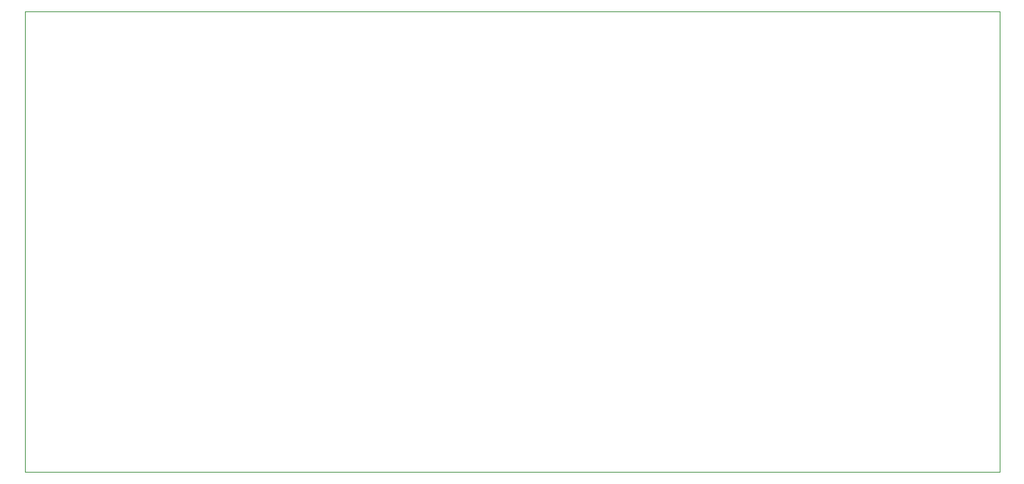
<source format=gbr>
%TF.GenerationSoftware,KiCad,Pcbnew,(6.0.2)*%
%TF.CreationDate,2022-03-23T19:52:24-07:00*%
%TF.ProjectId,main,6d61696e-2e6b-4696-9361-645f70636258,rev?*%
%TF.SameCoordinates,Original*%
%TF.FileFunction,Profile,NP*%
%FSLAX46Y46*%
G04 Gerber Fmt 4.6, Leading zero omitted, Abs format (unit mm)*
G04 Created by KiCad (PCBNEW (6.0.2)) date 2022-03-23 19:52:24*
%MOMM*%
%LPD*%
G01*
G04 APERTURE LIST*
%TA.AperFunction,Profile*%
%ADD10C,0.100000*%
%TD*%
G04 APERTURE END LIST*
D10*
X101600000Y-97790000D02*
X217170000Y-97790000D01*
X217170000Y-97790000D02*
X217170000Y-152400000D01*
X217170000Y-152400000D02*
X101600000Y-152400000D01*
X101600000Y-152400000D02*
X101600000Y-97790000D01*
M02*

</source>
